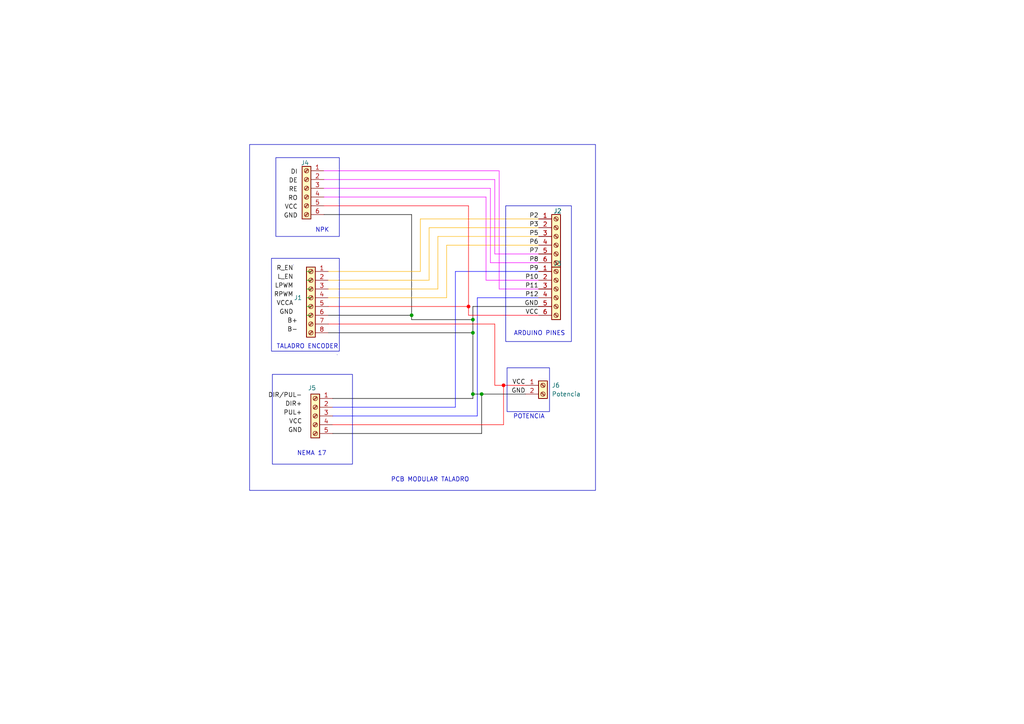
<source format=kicad_sch>
(kicad_sch (version 20250114) (generator "eeschema") (generator_version "9.0")
  (paper "A4")
  (lib_symbols
    (symbol "Connector:Screw_Terminal_01x02" (pin_names (offset 1.016) (hide yes))
      (property "Reference" "J" (at 0 2.54 0))
      (property "Value" "Screw_Terminal_01x02" (at 0 -5.08 0))
      (symbol "Screw_Terminal_01x02_1_1"
        (rectangle (start -1.27 1.27) (end 1.27 -3.81) (stroke (width 0.254)) (fill (type background)))
        (polyline (pts (xy -0.5334 0.3302) (xy 0.3302 -0.508)) (stroke (width 0.1524)))
        (polyline (pts (xy -0.5334 -2.2098) (xy 0.3302 -3.048)) (stroke (width 0.1524)))
        (polyline (pts (xy -0.3556 0.508) (xy 0.508 -0.3302)) (stroke (width 0.1524)))
        (polyline (pts (xy -0.3556 -2.032) (xy 0.508 -2.8702)) (stroke (width 0.1524)))
        (circle (center 0 0) (radius 0.635) (stroke (width 0.1524)))
        (circle (center 0 -2.54) (radius 0.635) (stroke (width 0.1524)))
        (pin passive line (at -5.08 0 0) (length 3.81) (name "Pin_1") (number "1"))
        (pin passive line (at -5.08 -2.54 0) (length 3.81) (name "Pin_2") (number "2"))
      )
    )
    (symbol "Connector:Screw_Terminal_01x05" (pin_names (offset 1.016) (hide yes))
      (property "Reference" "J" (at 0 7.62 0))
      (property "Value" "Screw_Terminal_01x05" (at 0 -7.62 0))
      (symbol "Screw_Terminal_01x05_1_1"
        (rectangle (start -1.27 6.35) (end 1.27 -6.35) (stroke (width 0.254)) (fill (type background)))
        (polyline (pts (xy -0.5334 5.4102) (xy 0.3302 4.572)) (stroke (width 0.1524)))
        (polyline (pts (xy -0.5334 2.8702) (xy 0.3302 2.032)) (stroke (width 0.1524)))
        (polyline (pts (xy -0.5334 0.3302) (xy 0.3302 -0.508)) (stroke (width 0.1524)))
        (polyline (pts (xy -0.5334 -2.2098) (xy 0.3302 -3.048)) (stroke (width 0.1524)))
        (polyline (pts (xy -0.5334 -4.7498) (xy 0.3302 -5.588)) (stroke (width 0.1524)))
        (polyline (pts (xy -0.3556 5.588) (xy 0.508 4.7498)) (stroke (width 0.1524)))
        (polyline (pts (xy -0.3556 3.048) (xy 0.508 2.2098)) (stroke (width 0.1524)))
        (polyline (pts (xy -0.3556 0.508) (xy 0.508 -0.3302)) (stroke (width 0.1524)))
        (polyline (pts (xy -0.3556 -2.032) (xy 0.508 -2.8702)) (stroke (width 0.1524)))
        (polyline (pts (xy -0.3556 -4.572) (xy 0.508 -5.4102)) (stroke (width 0.1524)))
        (circle (center 0 5.08) (radius 0.635) (stroke (width 0.1524)))
        (circle (center 0 2.54) (radius 0.635) (stroke (width 0.1524)))
        (circle (center 0 0) (radius 0.635) (stroke (width 0.1524)))
        (circle (center 0 -2.54) (radius 0.635) (stroke (width 0.1524)))
        (circle (center 0 -5.08) (radius 0.635) (stroke (width 0.1524)))
        (pin passive line (at -5.08 5.08 0) (length 3.81) (name "Pin_1") (number "1"))
        (pin passive line (at -5.08 2.54 0) (length 3.81) (name "Pin_2") (number "2"))
        (pin passive line (at -5.08 0 0) (length 3.81) (name "Pin_3") (number "3"))
        (pin passive line (at -5.08 -2.54 0) (length 3.81) (name "Pin_4") (number "4"))
        (pin passive line (at -5.08 -5.08 0) (length 3.81) (name "Pin_5") (number "5"))
      )
    )
    (symbol "Connector:Screw_Terminal_01x06" (pin_names (offset 1.016) (hide yes))
      (property "Reference" "J" (at 0 7.62 0))
      (property "Value" "Screw_Terminal_01x06" (at 0 -10.16 0))
      (symbol "Screw_Terminal_01x06_1_1"
        (rectangle (start -1.27 6.35) (end 1.27 -8.89) (stroke (width 0.254)) (fill (type background)))
        (polyline (pts (xy -0.5334 5.4102) (xy 0.3302 4.572)) (stroke (width 0.1524)))
        (polyline (pts (xy -0.5334 2.8702) (xy 0.3302 2.032)) (stroke (width 0.1524)))
        (polyline (pts (xy -0.5334 0.3302) (xy 0.3302 -0.508)) (stroke (width 0.1524)))
        (polyline (pts (xy -0.5334 -2.2098) (xy 0.3302 -3.048)) (stroke (width 0.1524)))
        (polyline (pts (xy -0.5334 -4.7498) (xy 0.3302 -5.588)) (stroke (width 0.1524)))
        (polyline (pts (xy -0.5334 -7.2898) (xy 0.3302 -8.128)) (stroke (width 0.1524)))
        (polyline (pts (xy -0.3556 5.588) (xy 0.508 4.7498)) (stroke (width 0.1524)))
        (polyline (pts (xy -0.3556 3.048) (xy 0.508 2.2098)) (stroke (width 0.1524)))
        (polyline (pts (xy -0.3556 0.508) (xy 0.508 -0.3302)) (stroke (width 0.1524)))
        (polyline (pts (xy -0.3556 -2.032) (xy 0.508 -2.8702)) (stroke (width 0.1524)))
        (polyline (pts (xy -0.3556 -4.572) (xy 0.508 -5.4102)) (stroke (width 0.1524)))
        (polyline (pts (xy -0.3556 -7.112) (xy 0.508 -7.9502)) (stroke (width 0.1524)))
        (circle (center 0 5.08) (radius 0.635) (stroke (width 0.1524)))
        (circle (center 0 2.54) (radius 0.635) (stroke (width 0.1524)))
        (circle (center 0 0) (radius 0.635) (stroke (width 0.1524)))
        (circle (center 0 -2.54) (radius 0.635) (stroke (width 0.1524)))
        (circle (center 0 -5.08) (radius 0.635) (stroke (width 0.1524)))
        (circle (center 0 -7.62) (radius 0.635) (stroke (width 0.1524)))
        (pin passive line (at -5.08 5.08 0) (length 3.81) (name "Pin_1") (number "1"))
        (pin passive line (at -5.08 2.54 0) (length 3.81) (name "Pin_2") (number "2"))
        (pin passive line (at -5.08 0 0) (length 3.81) (name "Pin_3") (number "3"))
        (pin passive line (at -5.08 -2.54 0) (length 3.81) (name "Pin_4") (number "4"))
        (pin passive line (at -5.08 -5.08 0) (length 3.81) (name "Pin_5") (number "5"))
        (pin passive line (at -5.08 -7.62 0) (length 3.81) (name "Pin_6") (number "6"))
      )
    )
    (symbol "Connector:Screw_Terminal_01x08" (pin_names (offset 1.016) (hide yes))
      (property "Reference" "J" (at 0 10.16 0))
      (property "Value" "Screw_Terminal_01x08" (at 0 -12.7 0))
      (symbol "Screw_Terminal_01x08_1_1"
        (rectangle (start -1.27 8.89) (end 1.27 -11.43) (stroke (width 0.254)) (fill (type background)))
        (polyline (pts (xy -0.5334 7.9502) (xy 0.3302 7.112)) (stroke (width 0.1524)))
        (polyline (pts (xy -0.5334 5.4102) (xy 0.3302 4.572)) (stroke (width 0.1524)))
        (polyline (pts (xy -0.5334 2.8702) (xy 0.3302 2.032)) (stroke (width 0.1524)))
        (polyline (pts (xy -0.5334 0.3302) (xy 0.3302 -0.508)) (stroke (width 0.1524)))
        (polyline (pts (xy -0.5334 -2.2098) (xy 0.3302 -3.048)) (stroke (width 0.1524)))
        (polyline (pts (xy -0.5334 -4.7498) (xy 0.3302 -5.588)) (stroke (width 0.1524)))
        (polyline (pts (xy -0.5334 -7.2898) (xy 0.3302 -8.128)) (stroke (width 0.1524)))
        (polyline (pts (xy -0.5334 -9.8298) (xy 0.3302 -10.668)) (stroke (width 0.1524)))
        (polyline (pts (xy -0.3556 8.128) (xy 0.508 7.2898)) (stroke (width 0.1524)))
        (polyline (pts (xy -0.3556 5.588) (xy 0.508 4.7498)) (stroke (width 0.1524)))
        (polyline (pts (xy -0.3556 3.048) (xy 0.508 2.2098)) (stroke (width 0.1524)))
        (polyline (pts (xy -0.3556 0.508) (xy 0.508 -0.3302)) (stroke (width 0.1524)))
        (polyline (pts (xy -0.3556 -2.032) (xy 0.508 -2.8702)) (stroke (width 0.1524)))
        (polyline (pts (xy -0.3556 -4.572) (xy 0.508 -5.4102)) (stroke (width 0.1524)))
        (polyline (pts (xy -0.3556 -7.112) (xy 0.508 -7.9502)) (stroke (width 0.1524)))
        (polyline (pts (xy -0.3556 -9.652) (xy 0.508 -10.4902)) (stroke (width 0.1524)))
        (circle (center 0 7.62) (radius 0.635) (stroke (width 0.1524)))
        (circle (center 0 5.08) (radius 0.635) (stroke (width 0.1524)))
        (circle (center 0 2.54) (radius 0.635) (stroke (width 0.1524)))
        (circle (center 0 0) (radius 0.635) (stroke (width 0.1524)))
        (circle (center 0 -2.54) (radius 0.635) (stroke (width 0.1524)))
        (circle (center 0 -5.08) (radius 0.635) (stroke (width 0.1524)))
        (circle (center 0 -7.62) (radius 0.635) (stroke (width 0.1524)))
        (circle (center 0 -10.16) (radius 0.635) (stroke (width 0.1524)))
        (pin passive line (at -5.08 7.62 0) (length 3.81) (name "Pin_1") (number "1"))
        (pin passive line (at -5.08 5.08 0) (length 3.81) (name "Pin_2") (number "2"))
        (pin passive line (at -5.08 2.54 0) (length 3.81) (name "Pin_3") (number "3"))
        (pin passive line (at -5.08 0 0) (length 3.81) (name "Pin_4") (number "4"))
        (pin passive line (at -5.08 -2.54 0) (length 3.81) (name "Pin_5") (number "5"))
        (pin passive line (at -5.08 -5.08 0) (length 3.81) (name "Pin_6") (number "6"))
        (pin passive line (at -5.08 -7.62 0) (length 3.81) (name "Pin_7") (number "7"))
        (pin passive line (at -5.08 -10.16 0) (length 3.81) (name "Pin_8") (number "8"))
      )
    )
  )
  (rectangle (start 85.09 76.835) (end 85.09 76.835))
  (rectangle (start 147.066 106.68) (end 159.385 119.38))
  (rectangle (start 72.39 41.91) (end 172.72 142.24))
  (rectangle (start 78.74 74.93) (end 98.425 101.854))
  (rectangle (start 97.79 102.87) (end 97.79 102.87))
  (rectangle (start 78.994 108.585) (end 102.235 134.62))
  (rectangle (start 80.01 45.72) (end 98.425 68.58))
  (rectangle (start 146.685 59.69) (end 165.735 99.06))
  (text "POTENCIA\n" (at 153.416 120.904 0) (effects (font (size 1.27 1.27))))
  (text "NPK" (at 93.472 66.802 0) (effects (font (size 1.27 1.27))))
  (text "PCB MODULAR TALADRO " (at 125.222 139.192 0) (effects (font (size 1.27 1.27))))
  (text "TALADRO ENCODER\n" (at 89.154 100.584 0) (effects (font (size 1.27 1.27))))
  (text "NEMA 17" (at 90.424 131.572 0) (effects (font (size 1.27 1.27))))
  (text "ARDUINO PINES" (at 156.464 96.774 0) (effects (font (size 1.27 1.27))))
  (junction (at 139.7 114.3))
  (junction (at 119.38 91.44))
  (junction (at 137.16 114.3))
  (junction (at 135.89 88.9) (color 255 0 2 1))
  (junction (at 137.16 96.52))
  (junction (at 137.16 92.71))
  (junction (at 146.05 111.76) (color 255 0 2 1))
  (wire (pts (xy 127 83.82) (xy 127 68.58)) (stroke (width 0) (color 255 183 10 1)))
  (wire (pts (xy 95.25 96.52) (xy 137.16 96.52)) (stroke (width 0) (color 0 0 0 1)))
  (wire (pts (xy 143.51 93.98) (xy 143.51 111.76)) (stroke (width 0) (color 255 0 2 1)))
  (wire (pts (xy 132.08 118.11) (xy 132.08 78.74)) (stroke (width 0) (color 4 0 255 1)))
  (wire (pts (xy 93.98 59.69) (xy 135.89 59.69)) (stroke (width 0) (color 255 0 24 1)))
  (wire (pts (xy 93.98 54.61) (xy 142.24 54.61)) (stroke (width 0) (color 243 0 255 1)))
  (wire (pts (xy 137.16 92.71) (xy 137.16 88.9)) (stroke (width 0) (color 0 0 0 1)))
  (wire (pts (xy 135.89 59.69) (xy 135.89 88.9)) (stroke (width 0) (color 255 0 7 1)))
  (wire (pts (xy 138.43 120.65) (xy 138.43 86.36)) (stroke (width 0) (color 4 0 255 1)))
  (wire (pts (xy 93.98 52.07) (xy 143.51 52.07)) (stroke (width 0) (color 243 0 255 1)))
  (wire (pts (xy 121.92 78.74) (xy 121.92 63.5)) (stroke (width 0) (color 255 183 10 1)))
  (wire (pts (xy 95.25 83.82) (xy 127 83.82)) (stroke (width 0) (color 255 183 10 1)))
  (wire (pts (xy 142.24 54.61) (xy 142.24 76.2)) (stroke (width 0) (color 243 0 255 1)))
  (wire (pts (xy 95.25 78.74) (xy 121.92 78.74)) (stroke (width 0) (color 255 183 10 1)))
  (wire (pts (xy 137.16 88.9) (xy 156.21 88.9)) (stroke (width 0) (color 0 0 0 1)))
  (wire (pts (xy 139.7 125.73) (xy 139.7 114.3)) (stroke (width 0) (color 0 0 0 1)))
  (wire (pts (xy 129.54 71.12) (xy 156.21 71.12)) (stroke (width 0) (color 255 183 10 1)))
  (wire (pts (xy 90.17 78.74) (xy 88.9 78.74)))
  (wire (pts (xy 93.98 57.15) (xy 140.97 57.15)) (stroke (width 0) (color 243 0 255 1)))
  (wire (pts (xy 119.38 92.71) (xy 137.16 92.71)) (stroke (width 0) (color 5 5 5 1)))
  (wire (pts (xy 142.24 76.2) (xy 156.21 76.2)) (stroke (width 0) (color 243 0 255 1)))
  (wire (pts (xy 93.98 49.53) (xy 144.78 49.53)) (stroke (width 0) (color 243 0 255 1)))
  (wire (pts (xy 143.51 73.66) (xy 156.21 73.66)) (stroke (width 0) (color 243 0 255 1)))
  (wire (pts (xy 93.98 62.23) (xy 119.38 62.23)) (stroke (width 0) (color 3 3 3 1)))
  (wire (pts (xy 95.25 86.36) (xy 129.54 86.36)) (stroke (width 0) (color 255 183 10 1)))
  (wire (pts (xy 137.16 115.57) (xy 137.16 114.3)) (stroke (width 0) (color 0 0 0 1)))
  (wire (pts (xy 95.25 81.28) (xy 124.46 81.28)) (stroke (width 0) (color 255 183 10 1)))
  (wire (pts (xy 143.51 111.76) (xy 146.05 111.76)) (stroke (width 0) (color 255 0 2 1)))
  (wire (pts (xy 135.89 88.9) (xy 135.89 91.44)) (stroke (width 0) (color 255 0 7 1)))
  (wire (pts (xy 137.16 114.3) (xy 137.16 96.52)) (stroke (width 0) (color 0 0 0 1)))
  (wire (pts (xy 146.05 111.76) (xy 152.4 111.76)) (stroke (width 0) (color 255 0 2 1)))
  (wire (pts (xy 140.97 57.15) (xy 140.97 81.28)) (stroke (width 0) (color 243 0 255 1)))
  (wire (pts (xy 90.17 91.44) (xy 88.9 91.44)))
  (wire (pts (xy 124.46 66.04) (xy 156.21 66.04)) (stroke (width 0) (color 255 183 10 1)))
  (wire (pts (xy 127 68.58) (xy 156.21 68.58)) (stroke (width 0) (color 255 183 10 1)))
  (wire (pts (xy 140.97 81.28) (xy 156.21 81.28)) (stroke (width 0) (color 243 0 255 1)))
  (wire (pts (xy 124.46 81.28) (xy 124.46 66.04)) (stroke (width 0) (color 255 183 10 1)))
  (wire (pts (xy 137.16 96.52) (xy 137.16 92.71)) (stroke (width 0) (color 0 0 0 1)))
  (wire (pts (xy 143.51 52.07) (xy 143.51 73.66)) (stroke (width 0) (color 243 0 255 1)))
  (wire (pts (xy 135.89 91.44) (xy 156.21 91.44)) (stroke (width 0) (color 255 0 26 1)))
  (wire (pts (xy 90.17 86.36) (xy 88.9 86.36)))
  (wire (pts (xy 146.05 123.19) (xy 146.05 111.76)) (stroke (width 0) (color 255 0 2 1)))
  (wire (pts (xy 119.38 92.71) (xy 119.38 91.44)) (stroke (width 0) (color 5 5 5 1)))
  (wire (pts (xy 95.25 88.9) (xy 135.89 88.9)) (stroke (width 0) (color 255 0 2 1)))
  (wire (pts (xy 144.78 83.82) (xy 156.21 83.82)) (stroke (width 0) (color 243 0 255 1)))
  (wire (pts (xy 129.54 86.36) (xy 129.54 71.12)) (stroke (width 0) (color 255 183 10 1)))
  (wire (pts (xy 90.17 83.82) (xy 88.9 83.82)))
  (wire (pts (xy 139.7 114.3) (xy 152.4 114.3)) (stroke (width 0) (color 0 0 0 1)))
  (wire (pts (xy 96.52 118.11) (xy 132.08 118.11)) (stroke (width 0) (color 4 0 255 1)))
  (wire (pts (xy 144.78 49.53) (xy 144.78 83.82)) (stroke (width 0) (color 243 0 255 1)))
  (wire (pts (xy 90.17 81.28) (xy 88.9 81.28)))
  (wire (pts (xy 137.16 114.3) (xy 139.7 114.3)) (stroke (width 0) (color 0 0 0 1)))
  (wire (pts (xy 96.52 115.57) (xy 137.16 115.57)) (stroke (width 0) (color 0 0 0 1)))
  (wire (pts (xy 90.17 88.9) (xy 88.9 88.9)))
  (wire (pts (xy 96.52 123.19) (xy 146.05 123.19)) (stroke (width 0) (color 255 0 2 1)))
  (wire (pts (xy 95.25 91.44) (xy 119.38 91.44)) (stroke (width 0) (color 5 5 5 1)))
  (wire (pts (xy 95.25 93.98) (xy 143.51 93.98)) (stroke (width 0) (color 255 0 2 1)))
  (wire (pts (xy 119.38 62.23) (xy 119.38 91.44)) (stroke (width 0) (color 3 3 3 1)))
  (wire (pts (xy 138.43 86.36) (xy 156.21 86.36)) (stroke (width 0) (color 4 0 255 1)))
  (wire (pts (xy 96.52 120.65) (xy 138.43 120.65)) (stroke (width 0) (color 4 0 255 1)))
  (wire (pts (xy 96.52 125.73) (xy 139.7 125.73)) (stroke (width 0) (color 0 0 0 1)))
  (wire (pts (xy 132.08 78.74) (xy 156.21 78.74)) (stroke (width 0) (color 4 0 255 1)))
  (wire (pts (xy 121.92 63.5) (xy 156.21 63.5)) (stroke (width 0) (color 255 183 10 1)))
  (label "PUL+" (at 87.63 120.65 180))
  (label "P9" (at 156.21 78.74 180))
  (label "P8" (at 156.21 76.2 180))
  (label "GND" (at 86.36 63.5 180))
  (label "P5" (at 156.21 68.58 180))
  (label "GND" (at 156.21 88.9 180))
  (label "P2" (at 156.21 63.5 180))
  (label "VCC" (at 152.4 111.76 180))
  (label "VCC" (at 156.21 91.44 180))
  (label "DIR+" (at 87.63 118.11 180))
  (label "P3" (at 156.21 66.04 180))
  (label "DI" (at 86.36 50.8 180))
  (label "P12" (at 156.21 86.36 180))
  (label "GND" (at 87.63 125.73 180))
  (label "VCC" (at 86.36 60.96 180))
  (label "DIR{slash}PUL-" (at 87.63 115.57 180))
  (label "VCCA" (at 85.09 88.9 180))
  (label "LPWM" (at 85.09 83.82 180))
  (label "R_EN" (at 85.09 78.74 180))
  (label "RO" (at 86.36 58.42 180))
  (label "B-" (at 86.36 96.52 180))
  (label "L_EN" (at 85.09 81.28 180))
  (label "DE" (at 86.36 53.34 180))
  (label "P10" (at 156.21 81.28 180))
  (label "RPWM" (at 85.09 86.36 180))
  (label "VCC" (at 87.63 123.19 180))
  (label "P11" (at 156.21 83.82 180))
  (label "GND" (at 85.09 91.44 180))
  (label "P7" (at 156.21 73.66 180))
  (label "GND" (at 152.4 114.3 180))
  (label "RE" (at 86.36 55.88 180))
  (label "P6" (at 156.21 71.12 180))
  (label "B+" (at 86.36 93.98 180))
  (symbol (lib_id "Connector:Screw_Terminal_01x05") (at 91.44 120.65 0) (mirror y) (unit 1)
    (property "Reference" "J5" (at 91.694 112.522 0) (effects (justify left)))
    (property "Value" "Nema 17" (effects (hide yes)))
    (property "Footprint" "TerminalBlock:TerminalBlock_bornier-5_P5.08mm" (effects (hide yes)))
    (property "Description" "Generic screw terminal, single row, 01x05, script generated (kicad-library-utils/schlib/autogen/connector/)" (effects (hide yes)))
  )
  (symbol (lib_id "Connector:Screw_Terminal_01x06") (at 88.9 54.61 0) (mirror y) (unit 1)
    (property "Reference" "J4" (at 89.662 47.244 0) (effects (justify left)))
    (property "Value" "NPK" (effects (hide yes)))
    (property "Footprint" "TerminalBlock:TerminalBlock_bornier-6_P5.08mm" (effects (hide yes)))
    (property "Description" "Generic screw terminal, single row, 01x06, script generated (kicad-library-utils/schlib/autogen/connector/)" (effects (hide yes)))
  )
  (symbol (lib_id "Connector:Screw_Terminal_01x02") (at 157.48 111.76 0) (unit 1)
    (property "Reference" "J6" (at 160.02 111.7599 0) (effects (justify left)))
    (property "Value" "Potencia" (at 160.02 114.2999 0) (effects (justify left)))
    (property "Footprint" "TerminalBlock:TerminalBlock_bornier-2_P5.08mm" (effects (hide yes)))
    (property "Description" "Generic screw terminal, single row, 01x02, script generated (kicad-library-utils/schlib/autogen/connector/)" (effects (hide yes)))
  )
  (symbol (lib_id "Connector:Screw_Terminal_01x06") (at 161.29 83.82 0) (unit 1)
    (property "Reference" "J3" (at 160.528 76.454 0) (effects (justify left)))
    (property "Value" "Arduino_1" (effects (hide yes)))
    (property "Footprint" "TerminalBlock:TerminalBlock_bornier-6_P5.08mm" (effects (hide yes)))
    (property "Description" "Generic screw terminal, single row, 01x06, script generated (kicad-library-utils/schlib/autogen/connector/)" (effects (hide yes)))
  )
  (symbol (lib_id "Connector:Screw_Terminal_01x06") (at 161.29 68.58 0) (unit 1)
    (property "Reference" "J2" (at 160.528 61.214 0) (effects (justify left)))
    (property "Value" "Arduino_2" (effects (hide yes)))
    (property "Footprint" "TerminalBlock:TerminalBlock_bornier-6_P5.08mm" (effects (hide yes)))
    (property "Description" "Generic screw terminal, single row, 01x06, script generated (kicad-library-utils/schlib/autogen/connector/)" (effects (hide yes)))
  )
  (symbol (lib_id "Connector:Screw_Terminal_01x08") (at 90.17 86.36 0) (mirror y) (unit 1)
    (property "Reference" "J1" (at 87.63 86.3599 0) (effects (justify left)))
    (property "Value" "Taladro Encoder" (effects (hide yes)))
    (property "Footprint" "TerminalBlock:TerminalBlock_bornier-8_P5.08mm" (effects (hide yes)))
    (property "Description" "Generic screw terminal, single row, 01x08, script generated (kicad-library-utils/schlib/autogen/connector/)" (effects (hide yes)))
  )
)
</source>
